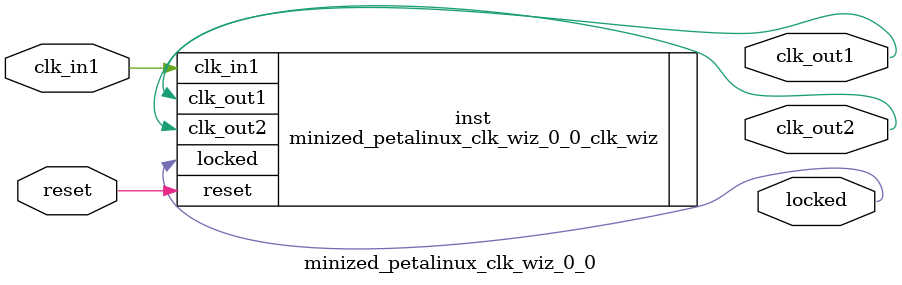
<source format=v>


`timescale 1ps/1ps

(* CORE_GENERATION_INFO = "minized_petalinux_clk_wiz_0_0,clk_wiz_v6_0_1_0_0,{component_name=minized_petalinux_clk_wiz_0_0,use_phase_alignment=true,use_min_o_jitter=false,use_max_i_jitter=false,use_dyn_phase_shift=false,use_inclk_switchover=false,use_dyn_reconfig=false,enable_axi=0,feedback_source=FDBK_AUTO,PRIMITIVE=MMCM,num_out_clk=2,clkin1_period=10.000,clkin2_period=10.000,use_power_down=false,use_reset=true,use_locked=true,use_inclk_stopped=false,feedback_type=SINGLE,CLOCK_MGR_TYPE=NA,manual_override=false}" *)

module minized_petalinux_clk_wiz_0_0 
 (
  // Clock out ports
  output        clk_out1,
  output        clk_out2,
  // Status and control signals
  input         reset,
  output        locked,
 // Clock in ports
  input         clk_in1
 );

  minized_petalinux_clk_wiz_0_0_clk_wiz inst
  (
  // Clock out ports  
  .clk_out1(clk_out1),
  .clk_out2(clk_out2),
  // Status and control signals               
  .reset(reset), 
  .locked(locked),
 // Clock in ports
  .clk_in1(clk_in1)
  );

endmodule

</source>
